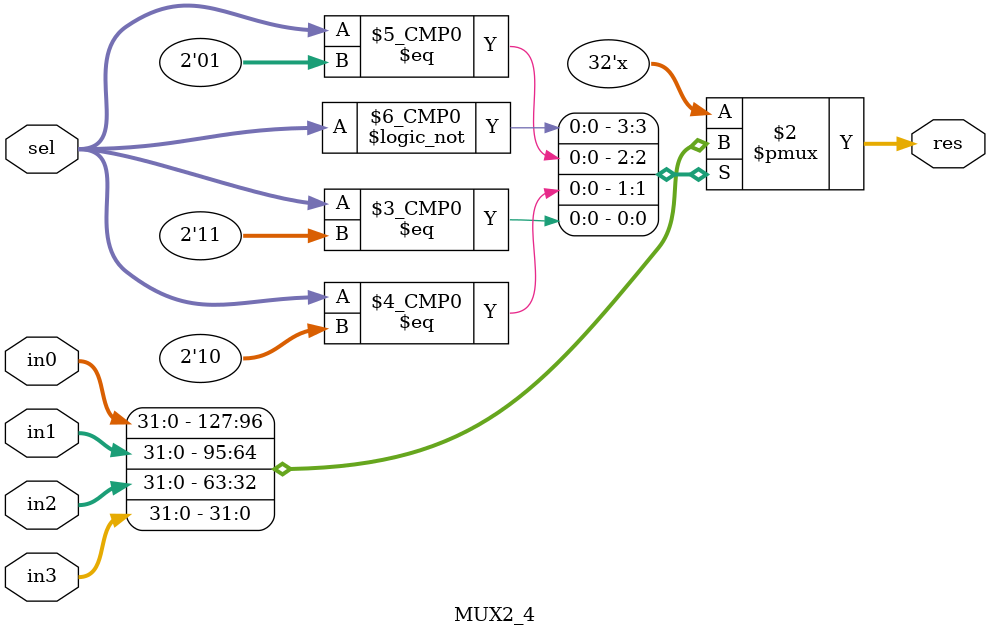
<source format=v>
`timescale 1ns / 1ps


module MUX2_4(
    input [31:0] in0,
    input [31:0] in1,
    input [31:0] in2,
    input [31:0] in3,
    input [1:0] sel,
    output reg [31:0] res
    );
    
    always@(sel or in0 or in1 or in2 or in3)
    begin
        case(sel)
        0: res <= in0;
        1: res <= in1;
        2: res <= in2;
        3: res <= in3;
        default: res <= in0;
        endcase
    end
    
endmodule

</source>
